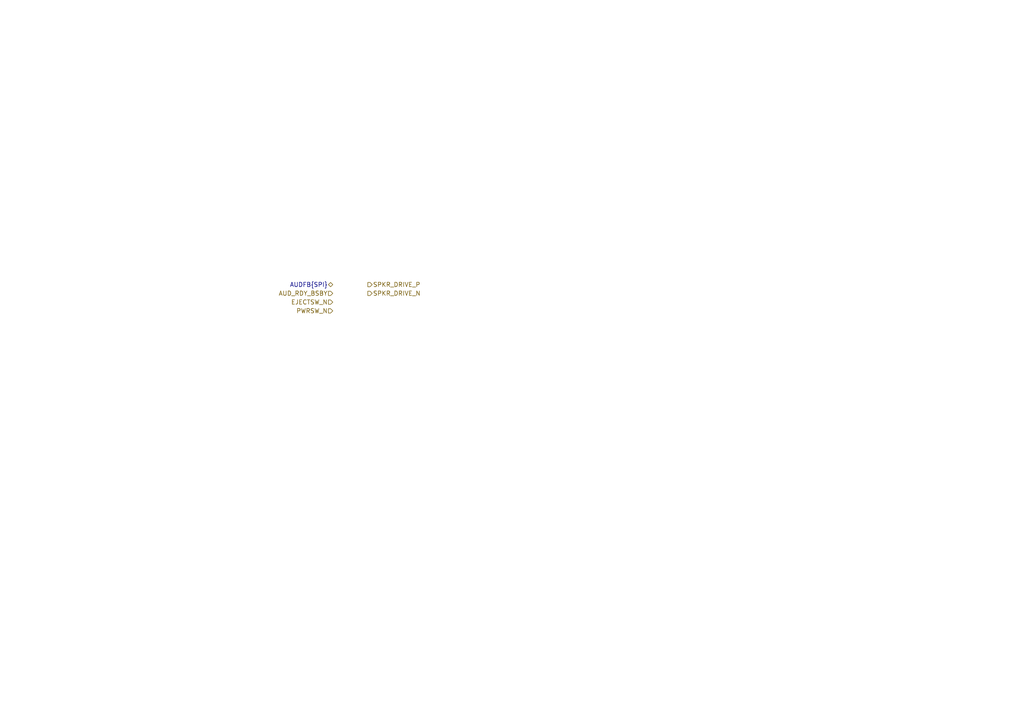
<source format=kicad_sch>
(kicad_sch
	(version 20250114)
	(generator "eeschema")
	(generator_version "9.0")
	(uuid "68a052dd-dfb3-4af9-a2e7-8ac661222862")
	(paper "A4")
	(lib_symbols)
	(hierarchical_label "EJECTSW_N"
		(shape input)
		(at 96.52 87.63 180)
		(effects
			(font
				(size 1.27 1.27)
			)
			(justify right)
		)
		(uuid "10747f61-8598-45bb-876e-6bfc2e7d0b5c")
	)
	(hierarchical_label "AUD_RDY_BSBY"
		(shape input)
		(at 96.52 85.09 180)
		(effects
			(font
				(size 1.27 1.27)
			)
			(justify right)
		)
		(uuid "19c75a76-c411-4092-a8a6-9703dcd738fb")
	)
	(hierarchical_label "PWRSW_N"
		(shape input)
		(at 96.52 90.17 180)
		(effects
			(font
				(size 1.27 1.27)
			)
			(justify right)
		)
		(uuid "2b375c55-1bef-43ec-b3c2-fb74817f2b2f")
	)
	(hierarchical_label "SPKR_DRIVE_P"
		(shape output)
		(at 106.68 82.55 0)
		(effects
			(font
				(size 1.27 1.27)
			)
			(justify left)
		)
		(uuid "353e8128-924a-4ada-9882-e675292d58ed")
	)
	(hierarchical_label "AUDFB{SPI}"
		(shape bidirectional)
		(at 96.52 82.55 180)
		(effects
			(font
				(size 1.27 1.27)
			)
			(justify right)
		)
		(uuid "772662e9-cef3-4ef0-93ac-0b5c464de485")
	)
	(hierarchical_label "SPKR_DRIVE_N"
		(shape output)
		(at 106.68 85.09 0)
		(effects
			(font
				(size 1.27 1.27)
			)
			(justify left)
		)
		(uuid "fc0b5945-c80c-42d2-b3a9-23e89bbdf95c")
	)
)

</source>
